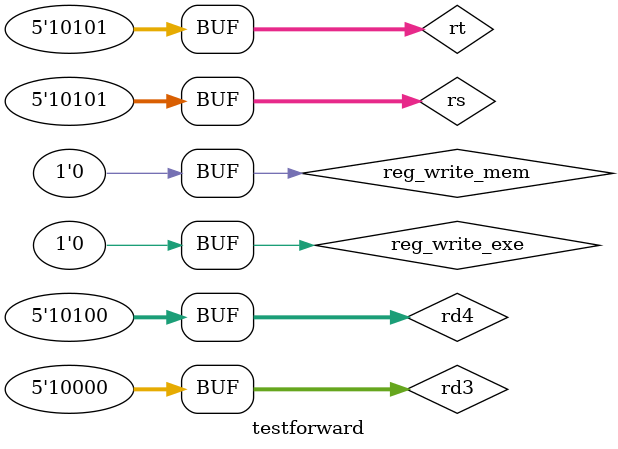
<source format=v>
module  Forwarding_Unit ( control_mux1 , control_mux2 ,  rs , rt , rd3 , rd4 , reg_write_exe, reg_write_mem );

/////**** rs and rt come from pipeline register 2 , rd3 come  from pipeline register3 , rd4 from pipeline register 4 .  *****/////////

/////**** reg_write_exe is reg write signal stored in pipelined register 3 and the same for  reg_write_mem   *****////////////

/////**** control_mux1 is register in top . control_mux2 is register below. *****//////

output reg [1:0] control_mux1 , control_mux2;

input [4:0]  rs , rt , rd3 , rd4 ;

input reg_write_exe , reg_write_mem ;

always @ ( rs ,rt , rd3 , rd4 , reg_write_exe , reg_write_mem )
begin
if(reg_write_mem)
begin
	if((rs==rd4) &&(rd4!=0))
	begin
		control_mux1 <= 2'b01 ;
	end
	if((rt==rd4) &&(rd4!=0))
	begin
		control_mux2 <= 2'b01;
	end
end

if(reg_write_exe)
begin
	if((rs==rd3) &&(rd3!=0))
	begin
		control_mux1 <= 2'b10 ;
	end
	if((rt==rd3) &&(rd3!=0))
	begin
		control_mux2 <= 2'b10;
	end
end

else
	begin
		control_mux1 = 2'b00 ;
		control_mux2 = 2'b00 ;
	end

end


endmodule





/////////////////************** Test Bench for forwarding unit         *********//////////



module testforward ;


reg [4:0] rs , rt , rd3 , rd4 ;

reg reg_write_exe , reg_write_mem ;

wire [1:0] control_mux1 , control_mux2;

Forwarding_Unit F ( control_mux1 , control_mux2 ,  rs , rt , rd3 , rd4 , reg_write_exe, reg_write_mem );

initial


begin


reg_write_exe = 0;
reg_write_mem = 1;

rs = 5'b 10100;
rt = 5'b 10101;
rd3 = 5'b 10100;
rd4 = 5'b10101;   

# 10

reg_write_exe = 1 ;
reg_write_mem = 1;
rs = 5'b 10101;
rt = 5'b 10101;   
rd3 = 5'b 10101;
rd4 = 5'b10101;   


#10

reg_write_exe = 0;
reg_write_mem = 0;
rs = 5'b10101;
rt = 5'b10101;   
rd3 = 5'b10000;
rd4 = 5'b10100; 




end





endmodule

</source>
